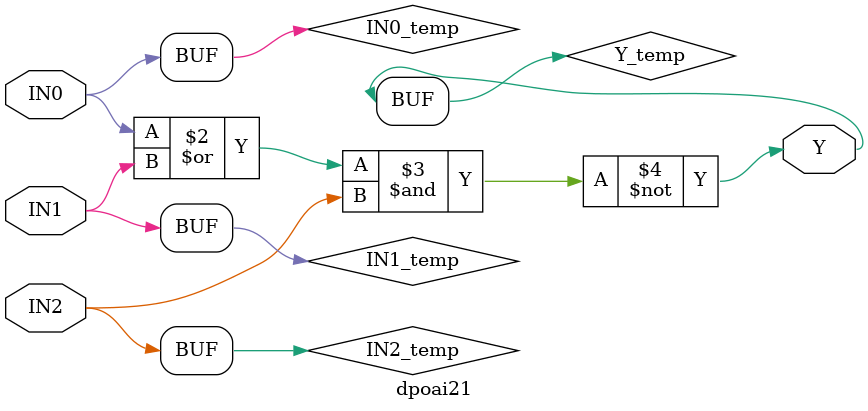
<source format=v>
module dpoai21(IN0,IN1,IN2,Y);
  parameter BIT = 0;
  parameter COLINST = "0";
  parameter GROUP = "dpath1";
  parameter
        d_IN0_r = 0,
        d_IN0_f = 0,
        d_IN1_r = 0,
        d_IN1_f = 0,
        d_IN2_r = 0,
        d_IN2_f = 0,
        d_Y_r = 1,
        d_Y_f = 1;
  input  IN0;
  input  IN1;
  input  IN2;
  output  Y;
  wire  IN0_temp;
  wire  IN1_temp;
  wire  IN2_temp;
  reg  Y_temp;
  assign #(d_IN0_r,d_IN0_f) IN0_temp = IN0;
  assign #(d_IN1_r,d_IN1_f) IN1_temp = IN1;
  assign #(d_IN2_r,d_IN2_f) IN2_temp = IN2;
  assign #(d_Y_r,d_Y_f) Y = Y_temp;
  always
    @(IN0_temp or IN1_temp or IN2_temp)
      Y_temp = ( ~ ((IN0_temp | IN1_temp) & IN2_temp));
endmodule

</source>
